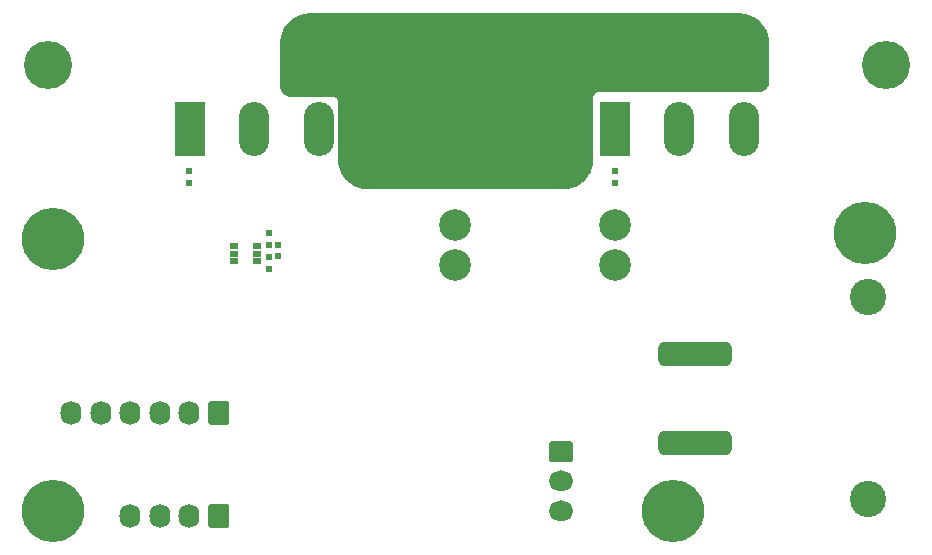
<source format=gbs>
%FSLAX23Y23*%
%MOIN*%
%SFA1B1*%

%IPPOS*%
%AMD49*
4,1,8,0.039900,0.000000,0.039900,0.000000,0.004900,0.035000,-0.004900,0.035000,-0.039900,0.000000,-0.039900,0.000000,-0.004900,-0.035000,0.004900,-0.035000,0.039900,0.000000,0.0*
1,1,0.069920,0.004900,0.000000*
1,1,0.069920,0.004900,0.000000*
1,1,0.069920,-0.004900,0.000000*
1,1,0.069920,-0.004900,0.000000*
%
%AMD50*
4,1,8,0.039900,-0.028400,0.039900,0.028400,0.033400,0.035000,-0.033400,0.035000,-0.039900,0.028400,-0.039900,-0.028400,-0.033400,-0.035000,0.033400,-0.035000,0.039900,-0.028400,0.0*
1,1,0.013040,0.033400,-0.028400*
1,1,0.013040,0.033400,0.028400*
1,1,0.013040,-0.033400,0.028400*
1,1,0.013040,-0.033400,-0.028400*
%
%AMD51*
4,1,8,0.000000,-0.039900,0.000000,-0.039900,0.035000,-0.004900,0.035000,0.004900,0.000000,0.039900,0.000000,0.039900,-0.035000,0.004900,-0.035000,-0.004900,0.000000,-0.039900,0.0*
1,1,0.069920,0.000000,-0.004900*
1,1,0.069920,0.000000,-0.004900*
1,1,0.069920,0.000000,0.004900*
1,1,0.069920,0.000000,0.004900*
%
%AMD52*
4,1,8,-0.028400,-0.039900,0.028400,-0.039900,0.035000,-0.033400,0.035000,0.033400,0.028400,0.039900,-0.028400,0.039900,-0.035000,0.033400,-0.035000,-0.033400,-0.028400,-0.039900,0.0*
1,1,0.013040,-0.028400,-0.033400*
1,1,0.013040,0.028400,-0.033400*
1,1,0.013040,0.028400,0.033400*
1,1,0.013040,-0.028400,0.033400*
%
%AMD55*
4,1,8,0.000000,0.090100,0.000000,0.090100,-0.050700,0.039400,-0.050700,-0.039400,0.000000,-0.090100,0.000000,-0.090100,0.050700,-0.039400,0.050700,0.039400,0.000000,0.090100,0.0*
1,1,0.101420,0.000000,0.039400*
1,1,0.101420,0.000000,0.039400*
1,1,0.101420,0.000000,-0.039400*
1,1,0.101420,0.000000,-0.039400*
%
%AMD57*
4,1,8,0.101400,0.040900,-0.101400,0.040900,-0.122600,0.019700,-0.122600,-0.019700,-0.101400,-0.040900,0.101400,-0.040900,0.122600,-0.019700,0.122600,0.019700,0.101400,0.040900,0.0*
1,1,0.042360,0.101400,0.019700*
1,1,0.042360,-0.101400,0.019700*
1,1,0.042360,-0.101400,-0.019700*
1,1,0.042360,0.101400,-0.019700*
%
%ADD38R,0.023460X0.022680*%
%ADD41R,0.024990X0.022990*%
%ADD48C,0.207720*%
G04~CAMADD=49~8~0.0~0.0~699.2~797.6~349.6~0.0~15~0.0~0.0~0.0~0.0~0~0.0~0.0~0.0~0.0~0~0.0~0.0~0.0~270.0~798.0~700.0*
%ADD49D49*%
G04~CAMADD=50~8~0.0~0.0~699.2~797.6~65.2~0.0~15~0.0~0.0~0.0~0.0~0~0.0~0.0~0.0~0.0~0~0.0~0.0~0.0~270.0~798.0~700.0*
%ADD50D50*%
G04~CAMADD=51~8~0.0~0.0~699.2~797.6~349.6~0.0~15~0.0~0.0~0.0~0.0~0~0.0~0.0~0.0~0.0~0~0.0~0.0~0.0~180.0~700.0~797.0*
%ADD51D51*%
G04~CAMADD=52~8~0.0~0.0~699.2~797.6~65.2~0.0~15~0.0~0.0~0.0~0.0~0~0.0~0.0~0.0~0.0~0~0.0~0.0~0.0~180.0~700.0~798.0*
%ADD52D52*%
%ADD53C,0.105350*%
%ADD54C,0.160470*%
G04~CAMADD=55~8~0.0~0.0~1014.2~1801.6~507.1~0.0~15~0.0~0.0~0.0~0.0~0~0.0~0.0~0.0~0.0~0~0.0~0.0~0.0~0.0~1014.2~1801.6*
%ADD55D55*%
%ADD56R,0.101420X0.180160*%
G04~CAMADD=57~8~0.0~0.0~2451.2~817.3~211.8~0.0~15~0.0~0.0~0.0~0.0~0~0.0~0.0~0.0~0.0~0~0.0~0.0~0.0~0.0~2451.2~817.3*
%ADD57D57*%
%ADD58C,0.121100*%
%ADD79R,0.028580X0.018740*%
%LNbenchyeloadpcb-1*%
%LPD*%
G36*
X2600Y1972D02*
X2603D01*
X2609Y1972*
X2614Y1971*
X2620Y1970*
X2625Y1969*
X2631Y1967*
X2636Y1965*
X2641Y1963*
X2646Y1961*
X2651Y1958*
X2656Y1955*
X2660Y1952*
X2665Y1948*
X2669Y1945*
X2673Y1941*
X2677Y1936*
X2680Y1932*
X2683Y1928*
X2686Y1923*
X2689Y1918*
X2692Y1913*
X2694Y1908*
X2696Y1902*
X2697Y1897*
X2698Y1891*
X2699Y1886*
X2700Y1880*
X2700Y1876*
X2700Y1872*
Y1872*
Y1746*
X2700Y1743*
X2700Y1740*
X2699Y1737*
X2698Y1734*
X2697Y1731*
X2695Y1728*
X2694Y1726*
X2692Y1723*
X2690Y1721*
X2688Y1719*
X2685Y1717*
X2683Y1715*
X2680Y1713*
X2677Y1712*
X2675Y1711*
X2672Y1710*
X2669Y1709*
X2666Y1708*
X2662Y1708*
X2661*
X2129*
X2128Y1708*
X2126Y1708*
X2124Y1707*
X2122Y1707*
X2121Y1706*
X2119Y1704*
X2118Y1703*
X2116Y1701*
X2115Y1699*
X2115Y1697*
X2114Y1695*
X2114Y1693*
X2114Y1692*
Y1485*
Y1483*
X2113Y1477*
X2113Y1471*
X2112Y1466*
X2111Y1460*
X2109Y1455*
X2107Y1450*
X2105Y1444*
X2103Y1439*
X2100Y1435*
X2097Y1430*
X2094Y1425*
X2090Y1421*
X2086Y1417*
X2082Y1413*
X2078Y1409*
X2074Y1405*
X2069Y1402*
X2065Y1399*
X2060Y1396*
X2055Y1394*
X2049Y1392*
X2044Y1390*
X2039Y1388*
X2033Y1387*
X2028Y1386*
X2022Y1386*
X2016Y1385*
X2014*
X1363*
X1360*
X1355Y1386*
X1349Y1386*
X1344Y1387*
X1338Y1388*
X1333Y1390*
X1328Y1392*
X1322Y1394*
X1317Y1396*
X1312Y1399*
X1308Y1402*
X1303Y1405*
X1299Y1409*
X1295Y1413*
X1291Y1417*
X1287Y1421*
X1283Y1425*
X1280Y1430*
X1277Y1435*
X1274Y1439*
X1272Y1444*
X1270Y1450*
X1268Y1455*
X1266Y1460*
X1265Y1466*
X1264Y1471*
X1264Y1477*
X1263Y1483*
Y1485*
Y1677*
X1263Y1678*
X1263Y1680*
X1262Y1682*
X1262Y1684*
X1261Y1685*
X1259Y1687*
X1258Y1689*
X1256Y1690*
X1255Y1691*
X1253Y1692*
X1251Y1692*
X1251Y1692*
X1249Y1692*
X1248Y1692*
X1110*
X1108*
X1105Y1693*
X1102Y1693*
X1099Y1694*
X1096Y1695*
X1093Y1696*
X1090Y1697*
X1088Y1699*
X1085Y1701*
X1083Y1703*
X1081Y1705*
X1079Y1707*
X1077Y1710*
X1075Y1713*
X1074Y1715*
X1073Y1718*
X1072Y1721*
X1071Y1724*
X1071Y1727*
X1070Y1730*
Y1732*
Y1872*
Y1875*
X1071Y1880*
X1071Y1886*
X1072Y1891*
X1074Y1897*
X1075Y1902*
X1077Y1908*
X1079Y1913*
X1081Y1918*
X1084Y1923*
X1087Y1928*
X1090Y1932*
X1094Y1936*
X1098Y1941*
X1102Y1945*
X1106Y1948*
X1110Y1952*
X1115Y1955*
X1120Y1958*
X1124Y1961*
X1130Y1963*
X1135Y1965*
X1140Y1967*
X1145Y1969*
X1151Y1970*
X1156Y1971*
X1162Y1972*
X1168Y1972*
X1170*
X2600*
G37*
G54D38*
X1062Y1162D03*
Y1200D03*
G54D41*
X2185Y1447D03*
Y1407D03*
X767Y1447D03*
Y1407D03*
X1033Y1240D03*
Y1200D03*
Y1121D03*
Y1161D03*
G54D48*
X3019Y1240D03*
X314Y1220D03*
Y314D03*
X2381D03*
G54D49*
X2007Y314D03*
Y413D03*
G54D50*
X2007Y511D03*
G54D51*
X570Y295D03*
X669D03*
X767D03*
X374Y639D03*
X472D03*
X570D03*
X669D03*
X767D03*
G54D52*
X866Y295D03*
Y639D03*
G54D53*
X2185Y1267D03*
Y1133D03*
X1653D03*
Y1267D03*
G54D54*
X3089Y1798D03*
X296D03*
G54D55*
X984Y1586D03*
X1198D03*
X2616D03*
X2401D03*
G54D56*
X769Y1586D03*
X2187D03*
G54D57*
X2452Y836D03*
Y541D03*
G54D58*
X3031Y1025D03*
Y352D03*
G54D79*
X992Y1145D03*
Y1171D03*
Y1196D03*
X917D03*
Y1171D03*
Y1145D03*
M02*
</source>
